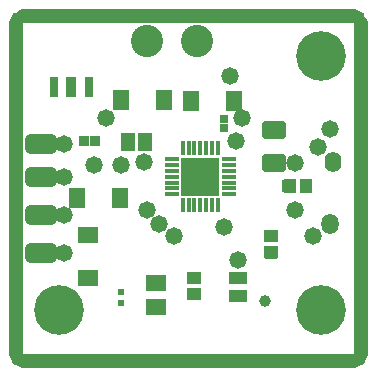
<source format=gts>
G04*
G04 #@! TF.GenerationSoftware,Altium Limited,Altium Designer,22.6.1 (34)*
G04*
G04 Layer_Color=8388736*
%FSLAX44Y44*%
%MOMM*%
G71*
G04*
G04 #@! TF.SameCoordinates,4B676402-AEF7-43F9-94C9-A96E2D6DE339*
G04*
G04*
G04 #@! TF.FilePolarity,Negative*
G04*
G01*
G75*
%ADD13C,1.2000*%
%ADD24R,0.5725X0.5682*%
%ADD32R,1.0032X1.0032*%
%ADD33R,1.0032X1.0032*%
%ADD34R,0.8032X1.8032*%
%ADD35R,0.9032X1.7032*%
%ADD36R,1.4032X1.8032*%
%ADD37R,1.0032X1.1532*%
%ADD38R,1.1532X1.0032*%
%ADD39O,1.2520X0.4020*%
%ADD40R,0.6532X0.7032*%
%ADD41R,1.6532X1.4032*%
%ADD42R,0.8532X0.8532*%
%ADD43R,1.8032X1.4032*%
G04:AMPARAMS|DCode=44|XSize=2.0032mm|YSize=1.5032mm|CornerRadius=0.2316mm|HoleSize=0mm|Usage=FLASHONLY|Rotation=180.000|XOffset=0mm|YOffset=0mm|HoleType=Round|Shape=RoundedRectangle|*
%AMROUNDEDRECTD44*
21,1,2.0032,1.0400,0,0,180.0*
21,1,1.5400,1.5032,0,0,180.0*
1,1,0.4632,-0.7700,0.5200*
1,1,0.4632,0.7700,0.5200*
1,1,0.4632,0.7700,-0.5200*
1,1,0.4632,-0.7700,-0.5200*
%
%ADD44ROUNDEDRECTD44*%
%ADD45R,1.3032X1.5532*%
%ADD46O,0.4020X1.2520*%
%ADD47R,3.2520X3.2520*%
%ADD48R,1.5032X1.1032*%
%ADD49C,2.7272*%
%ADD50O,1.4272X1.7272*%
%ADD51O,1.4432X1.7272*%
G04:AMPARAMS|DCode=52|XSize=2.7272mm|YSize=1.7272mm|CornerRadius=0.4826mm|HoleSize=0mm|Usage=FLASHONLY|Rotation=0.000|XOffset=0mm|YOffset=0mm|HoleType=Round|Shape=RoundedRectangle|*
%AMROUNDEDRECTD52*
21,1,2.7272,0.7620,0,0,0.0*
21,1,1.7620,1.7272,0,0,0.0*
1,1,0.9652,0.8810,-0.3810*
1,1,0.9652,-0.8810,-0.3810*
1,1,0.9652,-0.8810,0.3810*
1,1,0.9652,0.8810,0.3810*
%
%ADD52ROUNDEDRECTD52*%
%ADD53C,4.2032*%
%ADD54C,1.4732*%
%ADD55C,1.0032*%
%ADD56C,0.7532*%
D13*
X286000Y280000D02*
G03*
X280000Y286000I-6000J0D01*
G01*
X286000Y280000D02*
G03*
X280000Y286000I-6000J0D01*
G01*
Y-6000D02*
G03*
X286000Y0I0J6000D01*
G01*
X280000Y-6000D02*
G03*
X286000Y0I0J6000D01*
G01*
X0Y286000D02*
G03*
X-6000Y280000I0J-6000D01*
G01*
X0Y286000D02*
G03*
X-6000Y280000I0J-6000D01*
G01*
Y0D02*
G03*
X0Y-6000I6000J0D01*
G01*
X-6000Y0D02*
G03*
X0Y-6000I6000J0D01*
G01*
X286000Y0D02*
Y280000D01*
X0Y286000D02*
X280000D01*
X0Y-6000D02*
X280000D01*
X-6000Y0D02*
Y280000D01*
D24*
X82500Y42979D02*
D03*
Y52022D02*
D03*
D32*
X210000Y85000D02*
D03*
Y100000D02*
D03*
D33*
X239250Y142500D02*
D03*
X224250D02*
D03*
D34*
X55894Y226070D02*
D03*
X25894D02*
D03*
D35*
X40894Y225570D02*
D03*
D36*
X81754Y132334D02*
D03*
X45754D02*
D03*
X118838Y215138D02*
D03*
X82838D02*
D03*
X142528Y214122D02*
D03*
X178528D02*
D03*
D37*
X239250Y142500D02*
D03*
X225750D02*
D03*
D38*
X210000Y86500D02*
D03*
Y100000D02*
D03*
X145000Y50750D02*
D03*
Y64250D02*
D03*
D39*
X174000Y140000D02*
D03*
Y160000D02*
D03*
Y135000D02*
D03*
X126000Y165000D02*
D03*
Y160000D02*
D03*
Y155000D02*
D03*
Y150000D02*
D03*
Y145000D02*
D03*
Y140000D02*
D03*
Y135000D02*
D03*
X174000Y145000D02*
D03*
Y150000D02*
D03*
Y155000D02*
D03*
Y165000D02*
D03*
D40*
X170000Y191250D02*
D03*
Y198750D02*
D03*
D41*
X112500Y60000D02*
D03*
Y40000D02*
D03*
D42*
X61238Y180086D02*
D03*
X51238D02*
D03*
D43*
X55118Y64296D02*
D03*
Y100296D02*
D03*
D44*
X212344Y161514D02*
D03*
Y189514D02*
D03*
D45*
X102758Y179070D02*
D03*
X88758D02*
D03*
D46*
X165000Y174000D02*
D03*
X160000D02*
D03*
X155000D02*
D03*
X150000D02*
D03*
X145000D02*
D03*
X140000D02*
D03*
X135000D02*
D03*
Y126000D02*
D03*
X140000D02*
D03*
X145000D02*
D03*
X150000D02*
D03*
X155000D02*
D03*
X160000D02*
D03*
X165000D02*
D03*
D47*
X150000Y150000D02*
D03*
D48*
X181864Y48892D02*
D03*
Y64393D02*
D03*
D49*
X105000Y265000D02*
D03*
X147500D02*
D03*
D50*
X262500Y162500D02*
D03*
D51*
X260000Y110000D02*
D03*
D52*
X15000Y85000D02*
D03*
Y117500D02*
D03*
Y150000D02*
D03*
Y177500D02*
D03*
D53*
X252500Y252500D02*
D03*
X30000Y37500D02*
D03*
X252500D02*
D03*
D54*
X104902Y121412D02*
D03*
X230316Y122184D02*
D03*
X170000Y107500D02*
D03*
X245000Y100000D02*
D03*
X181610Y79756D02*
D03*
X230234Y161220D02*
D03*
X115000Y110000D02*
D03*
X250000Y175000D02*
D03*
X82500Y160000D02*
D03*
X102500Y162500D02*
D03*
X127500Y100000D02*
D03*
X180000Y180550D02*
D03*
X175000Y235000D02*
D03*
X260000Y190000D02*
D03*
X60000Y160000D02*
D03*
X70000Y200000D02*
D03*
X185000D02*
D03*
X35000Y85000D02*
D03*
Y117500D02*
D03*
Y150000D02*
D03*
Y177500D02*
D03*
D55*
X205000Y45000D02*
D03*
D56*
X161000Y161000D02*
D03*
Y150000D02*
D03*
Y139000D02*
D03*
X150000Y161000D02*
D03*
Y150000D02*
D03*
Y139000D02*
D03*
X139000Y161000D02*
D03*
Y150000D02*
D03*
Y139000D02*
D03*
M02*

</source>
